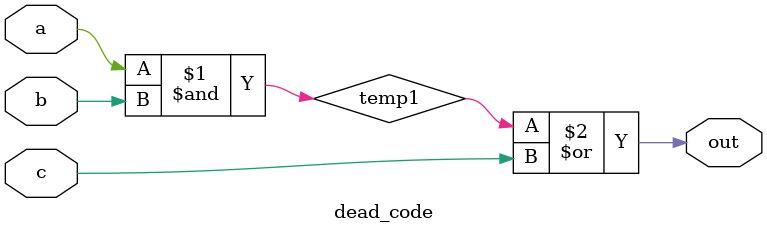
<source format=v>
/*
 * Dead code test case for DCE algorithm
 * Contains unused logic that should be removed
 */

module dead_code (
    input a,
    input b,
    input c,
    output out
);

// Used logic
assign temp1 = a & b;
assign out = temp1 | c;

// Dead code - not connected to any output
assign dead1 = a ^ b;
assign dead2 = dead1 & c;
assign dead3 = dead2 | a;

endmodule

</source>
